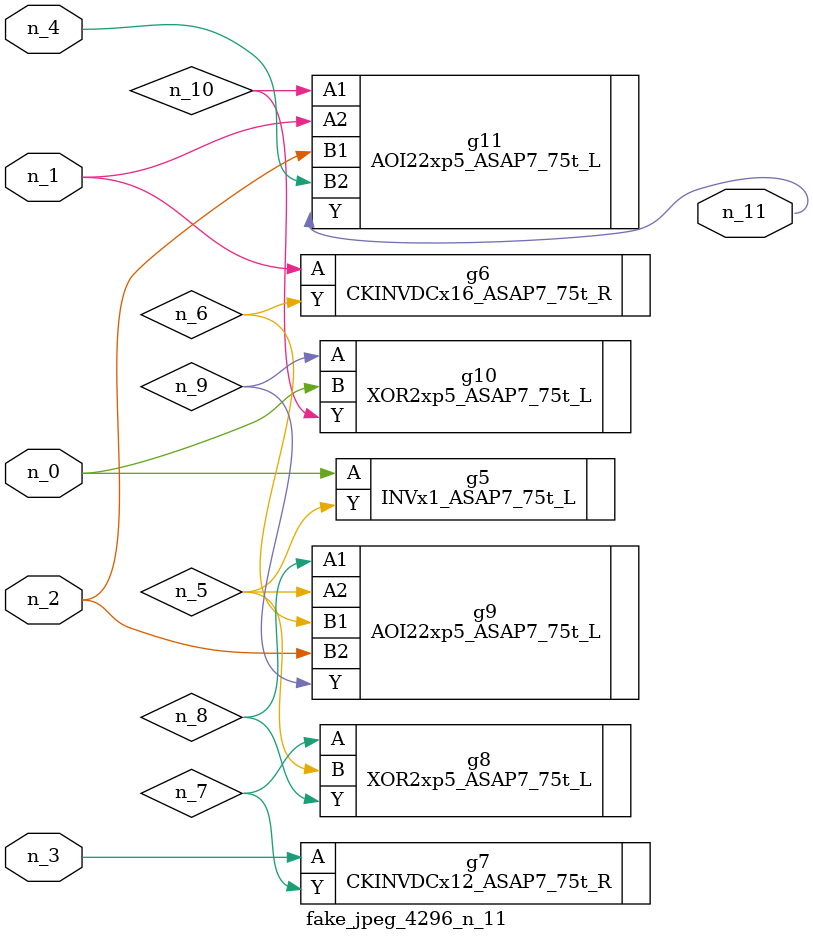
<source format=v>
module fake_jpeg_4296_n_11 (n_3, n_2, n_1, n_0, n_4, n_11);

input n_3;
input n_2;
input n_1;
input n_0;
input n_4;

output n_11;

wire n_10;
wire n_8;
wire n_9;
wire n_6;
wire n_5;
wire n_7;

INVx1_ASAP7_75t_L g5 ( 
.A(n_0),
.Y(n_5)
);

CKINVDCx16_ASAP7_75t_R g6 ( 
.A(n_1),
.Y(n_6)
);

CKINVDCx12_ASAP7_75t_R g7 ( 
.A(n_3),
.Y(n_7)
);

XOR2xp5_ASAP7_75t_L g8 ( 
.A(n_7),
.B(n_5),
.Y(n_8)
);

AOI22xp5_ASAP7_75t_L g9 ( 
.A1(n_8),
.A2(n_5),
.B1(n_6),
.B2(n_2),
.Y(n_9)
);

XOR2xp5_ASAP7_75t_L g10 ( 
.A(n_9),
.B(n_0),
.Y(n_10)
);

AOI22xp5_ASAP7_75t_L g11 ( 
.A1(n_10),
.A2(n_1),
.B1(n_2),
.B2(n_4),
.Y(n_11)
);


endmodule
</source>
